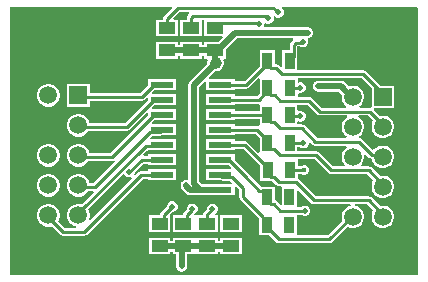
<source format=gtl>
G04*
G04 #@! TF.GenerationSoftware,Altium Limited,Altium Designer,24.5.2 (23)*
G04*
G04 Layer_Physical_Order=1*
G04 Layer_Color=255*
%FSLAX44Y44*%
%MOMM*%
G71*
G04*
G04 #@! TF.SameCoordinates,334194BA-0611-49C7-9BF9-9A22E77FB9F2*
G04*
G04*
G04 #@! TF.FilePolarity,Positive*
G04*
G01*
G75*
%ADD13R,0.9000X1.4000*%
%ADD14R,1.9812X0.5588*%
%ADD15R,1.4500X1.0000*%
%ADD24C,0.5000*%
%ADD25C,0.2540*%
%ADD26C,1.5080*%
%ADD27R,1.5080X1.5080*%
%ADD28C,0.5000*%
%ADD29C,0.4000*%
%ADD30C,1.0000*%
G36*
X1162549Y674734D02*
X1162549Y448319D01*
X817381D01*
Y675630D01*
X953954Y675631D01*
X954440Y674457D01*
X947639Y667657D01*
X946917Y666575D01*
X946663Y665299D01*
Y664774D01*
X940747D01*
Y650774D01*
X959247D01*
Y664774D01*
X955846D01*
X955360Y665947D01*
X960703Y671290D01*
X968547D01*
X969053Y670020D01*
X967923Y668890D01*
X967200Y667808D01*
X966946Y666532D01*
Y664810D01*
X961030D01*
Y650810D01*
X979530D01*
Y664686D01*
X981398D01*
Y650788D01*
X996750D01*
X997236Y649615D01*
X993410Y645788D01*
X981398D01*
Y643398D01*
X979530D01*
Y645810D01*
X961030D01*
Y643362D01*
X959247D01*
Y645774D01*
X940747D01*
Y631774D01*
X959247D01*
Y634186D01*
X961030D01*
Y631810D01*
X979530D01*
Y634222D01*
X981398D01*
Y631788D01*
X984141D01*
X984845Y630760D01*
X984820Y630518D01*
X984362Y628810D01*
Y627377D01*
X969576Y612590D01*
X968581Y611102D01*
X968232Y609346D01*
Y529849D01*
X968018Y529506D01*
X967101Y528880D01*
X966649D01*
X966206Y528968D01*
X965762Y528880D01*
X965311D01*
X964893Y528707D01*
X964450Y528618D01*
X964074Y528367D01*
X963657Y528194D01*
X963337Y527875D01*
X962961Y527624D01*
X962710Y527248D01*
X962391Y526928D01*
X962218Y526511D01*
X961967Y526135D01*
X961879Y525692D01*
X961706Y525275D01*
Y524823D01*
X961618Y524380D01*
Y524266D01*
X961706Y523823D01*
Y523484D01*
X961835Y523172D01*
X961967Y522510D01*
X962341Y521950D01*
X962391Y521830D01*
X962482Y521739D01*
X962961Y521022D01*
X966528Y517456D01*
X968016Y516461D01*
X969772Y516112D01*
X983520D01*
Y515906D01*
X1007332D01*
Y522994D01*
X1008505Y523480D01*
X1011396Y520589D01*
Y514350D01*
X1011650Y513074D01*
X1012373Y511992D01*
X1028200Y496165D01*
Y494480D01*
X1028264Y494158D01*
Y482250D01*
X1036549D01*
X1042366Y476432D01*
X1043448Y475710D01*
X1044724Y475456D01*
X1087454D01*
X1088729Y475710D01*
X1089811Y476432D01*
X1102852Y489473D01*
X1103758Y488950D01*
X1106184Y488300D01*
X1108696D01*
X1111122Y488950D01*
X1113298Y490206D01*
X1115074Y491982D01*
X1116330Y494158D01*
X1116980Y496584D01*
Y499096D01*
X1116330Y501522D01*
X1115074Y503698D01*
X1113298Y505474D01*
X1111122Y506730D01*
X1109345Y507206D01*
X1109513Y508476D01*
X1119644D01*
X1124919Y503201D01*
X1123950Y501522D01*
X1123300Y499096D01*
Y496584D01*
X1123950Y494158D01*
X1125206Y491982D01*
X1126982Y490206D01*
X1129158Y488950D01*
X1131584Y488300D01*
X1134096D01*
X1136522Y488950D01*
X1138120Y489873D01*
X1138535Y489955D01*
X1139617Y490678D01*
X1140340Y491760D01*
X1140361Y491870D01*
X1140474Y491982D01*
X1141730Y494158D01*
X1142380Y496584D01*
Y499096D01*
X1141730Y501522D01*
X1140474Y503698D01*
X1138698Y505474D01*
X1136522Y506730D01*
X1134096Y507380D01*
X1131584D01*
X1130469Y507081D01*
X1123382Y514168D01*
X1122301Y514890D01*
X1121025Y515144D01*
X1075801D01*
X1061538Y529408D01*
X1060730Y529947D01*
Y534212D01*
X1064014D01*
X1064071Y534155D01*
X1065541Y533546D01*
X1067132D01*
X1068603Y534155D01*
X1069728Y535280D01*
X1070337Y536751D01*
Y538342D01*
X1069728Y539812D01*
X1068603Y540937D01*
X1067132Y541546D01*
X1065541D01*
X1064071Y540937D01*
X1064014Y540880D01*
X1060730D01*
Y546522D01*
X1061978Y546576D01*
X1075215D01*
X1086871Y534920D01*
X1087952Y534197D01*
X1089228Y533943D01*
X1119576D01*
X1124919Y528601D01*
X1123950Y526922D01*
X1123300Y524496D01*
Y521984D01*
X1123950Y519558D01*
X1125206Y517382D01*
X1126982Y515606D01*
X1129158Y514350D01*
X1131584Y513700D01*
X1134096D01*
X1136522Y514350D01*
X1138120Y515273D01*
X1138535Y515355D01*
X1139617Y516078D01*
X1140340Y517160D01*
X1140361Y517270D01*
X1140474Y517382D01*
X1141730Y519558D01*
X1142380Y521984D01*
Y524496D01*
X1141730Y526922D01*
X1140474Y529098D01*
X1138698Y530874D01*
X1136522Y532130D01*
X1134096Y532780D01*
X1131584D01*
X1130469Y532481D01*
X1123315Y539635D01*
X1122233Y540358D01*
X1120957Y540612D01*
X1114699D01*
X1114173Y541882D01*
X1115074Y542782D01*
X1116330Y544958D01*
X1116980Y547384D01*
Y549896D01*
X1116807Y550542D01*
X1117945Y551199D01*
X1121187Y547958D01*
X1122268Y547235D01*
X1123400Y547010D01*
X1123950Y544958D01*
X1125206Y542782D01*
X1126982Y541006D01*
X1129158Y539750D01*
X1131584Y539100D01*
X1134096D01*
X1136522Y539750D01*
X1138120Y540673D01*
X1138535Y540755D01*
X1139617Y541478D01*
X1140340Y542560D01*
X1140361Y542670D01*
X1140474Y542782D01*
X1141730Y544958D01*
X1142380Y547384D01*
Y549896D01*
X1141730Y552322D01*
X1140474Y554498D01*
X1138698Y556274D01*
X1136522Y557530D01*
X1134096Y558180D01*
X1131584D01*
X1129158Y557530D01*
X1126982Y556274D01*
X1125540Y554831D01*
X1123978Y554598D01*
X1114877Y563698D01*
X1113796Y564420D01*
X1112756Y564627D01*
X1112510Y565262D01*
X1112497Y565944D01*
X1113298Y566406D01*
X1115074Y568182D01*
X1116330Y570358D01*
X1116980Y572784D01*
Y575296D01*
X1116330Y577722D01*
X1115074Y579898D01*
X1113298Y581674D01*
X1112091Y582370D01*
X1112432Y583640D01*
X1120679D01*
X1124919Y579401D01*
X1123950Y577722D01*
X1123300Y575296D01*
Y572784D01*
X1123950Y570358D01*
X1125206Y568182D01*
X1126982Y566406D01*
X1129158Y565150D01*
X1131584Y564500D01*
X1134096D01*
X1136522Y565150D01*
X1138120Y566073D01*
X1138535Y566155D01*
X1139617Y566878D01*
X1140340Y567960D01*
X1140361Y568070D01*
X1140474Y568182D01*
X1141730Y570358D01*
X1142380Y572784D01*
Y575296D01*
X1141730Y577722D01*
X1140474Y579898D01*
X1138698Y581674D01*
X1136522Y582930D01*
X1134096Y583580D01*
X1131584D01*
X1130469Y583281D01*
X1125120Y588630D01*
X1125646Y589900D01*
X1142380D01*
Y608980D01*
X1130555D01*
X1118688Y620848D01*
X1117606Y621570D01*
X1116330Y621824D01*
X1060550D01*
Y632828D01*
X1060614Y633150D01*
Y642024D01*
X1062556D01*
X1062727Y641853D01*
X1064381Y641168D01*
X1066171D01*
X1067825Y641853D01*
X1069091Y643119D01*
X1069776Y644773D01*
Y646563D01*
X1069206Y647938D01*
X1069236Y648222D01*
X1069525Y648893D01*
X1069734Y649219D01*
X1069808Y649296D01*
X1070235D01*
X1070653Y649469D01*
X1071096Y649557D01*
X1071472Y649808D01*
X1071889Y649981D01*
X1072208Y650301D01*
X1072584Y650552D01*
X1072835Y650928D01*
X1073155Y651247D01*
X1073328Y651664D01*
X1073579Y652040D01*
X1073667Y652483D01*
X1073840Y652901D01*
Y653353D01*
X1073928Y653796D01*
X1073840Y654239D01*
Y654691D01*
X1073667Y655109D01*
X1073579Y655552D01*
X1073328Y655928D01*
X1073155Y656345D01*
X1072835Y656665D01*
X1072584Y657040D01*
X1072208Y657291D01*
X1071889Y657611D01*
X1071472Y657784D01*
X1071096Y658035D01*
X1070653Y658123D01*
X1070235Y658296D01*
X1069783D01*
X1069340Y658384D01*
X1032779D01*
X1031930Y659654D01*
X1032184Y660267D01*
Y661202D01*
X1032691Y661539D01*
X1033454Y661840D01*
X1034917Y661234D01*
X1036707D01*
X1038361Y661919D01*
X1039627Y663185D01*
X1040312Y664839D01*
Y666629D01*
X1040198Y666904D01*
X1041275Y667623D01*
X1041899Y666999D01*
X1043553Y666314D01*
X1045343D01*
X1046997Y666999D01*
X1048263Y668265D01*
X1048948Y669919D01*
Y671709D01*
X1048263Y673363D01*
X1047265Y674361D01*
X1047634Y675601D01*
X1047654Y675631D01*
X1161651Y675632D01*
X1162549Y674734D01*
D02*
G37*
G36*
X1056941Y647938D02*
X1056609Y647716D01*
X1054922Y646030D01*
X1054200Y644948D01*
X1053946Y643672D01*
Y638920D01*
X1047550D01*
Y625064D01*
X1046377Y624578D01*
X1044408Y626548D01*
X1043326Y627270D01*
X1042050Y627524D01*
X1041550D01*
Y638920D01*
X1028550D01*
Y625635D01*
X1015849Y612934D01*
X1007332D01*
Y614394D01*
X986016D01*
X985530Y615567D01*
X990851Y620888D01*
X992284D01*
X994064Y621365D01*
X995660Y622287D01*
X996963Y623590D01*
X997885Y625186D01*
X998362Y626966D01*
Y628810D01*
X997904Y630518D01*
X997879Y630760D01*
X998583Y631788D01*
X999899D01*
Y639299D01*
X1009807Y649208D01*
X1056556D01*
X1056941Y647938D01*
D02*
G37*
G36*
X1028694Y614553D02*
Y602198D01*
X1026731Y600234D01*
X1007332D01*
Y601694D01*
X983520D01*
Y592106D01*
X1007332D01*
Y593566D01*
X1027523D01*
X1028294Y592971D01*
X1028485Y592345D01*
Y587534D01*
X1007332D01*
Y588994D01*
X983520D01*
Y579406D01*
X1007332D01*
Y580866D01*
X1028485D01*
Y575663D01*
X1028439Y575576D01*
X1027262Y574710D01*
X1026637Y574834D01*
X1007332D01*
Y576294D01*
X983520D01*
Y566706D01*
X1007332D01*
Y568166D01*
X1025257D01*
X1028487Y564936D01*
Y552732D01*
X1027217Y552206D01*
X1018265Y561157D01*
X1017183Y561880D01*
X1015907Y562134D01*
X1007332D01*
Y563594D01*
X983520D01*
Y554006D01*
X1007332D01*
Y555466D01*
X1014526D01*
X1028730Y541262D01*
Y528522D01*
X1038138D01*
X1038460Y528458D01*
X1039034D01*
X1042800Y524692D01*
X1043881Y523970D01*
X1045157Y523716D01*
X1046202D01*
X1047316Y523338D01*
Y508212D01*
X1046142Y507726D01*
X1042903Y510965D01*
X1041821Y511688D01*
X1041316Y511789D01*
Y523338D01*
X1031908D01*
X1031585Y523402D01*
X1029462D01*
X1019184Y533680D01*
X1019152Y533842D01*
X1018429Y534924D01*
X1007332Y546021D01*
Y550894D01*
X983520D01*
Y541306D01*
X1002617D01*
X1004556Y539367D01*
X1004070Y538194D01*
X983520D01*
Y528606D01*
X996628D01*
X996950Y528542D01*
X1003443D01*
X1005318Y526667D01*
X1004832Y525494D01*
X983520D01*
Y525288D01*
X980018D01*
X977408Y527898D01*
Y607445D01*
X982347Y612384D01*
X983520Y611898D01*
Y604806D01*
X1007332D01*
Y606266D01*
X1017230D01*
X1018506Y606520D01*
X1019587Y607243D01*
X1027424Y615079D01*
X1028694Y614553D01*
D02*
G37*
G36*
X1123300Y606805D02*
Y591063D01*
X1122318Y590257D01*
X1122060Y590308D01*
X1113244D01*
X1112903Y591578D01*
X1113298Y591806D01*
X1115074Y593582D01*
X1116330Y595758D01*
X1116980Y598184D01*
Y600696D01*
X1116330Y603122D01*
X1115074Y605298D01*
X1113298Y607074D01*
X1111122Y608330D01*
X1108696Y608980D01*
X1106184D01*
X1103880Y608363D01*
X1100668Y611574D01*
X1099180Y612569D01*
X1097424Y612918D01*
X1078230D01*
X1077787Y612830D01*
X1077335D01*
X1076917Y612657D01*
X1076474Y612569D01*
X1076098Y612318D01*
X1075681Y612145D01*
X1075361Y611825D01*
X1074986Y611574D01*
X1074735Y611199D01*
X1074415Y610879D01*
X1074242Y610462D01*
X1073991Y610086D01*
X1073903Y609643D01*
X1073730Y609225D01*
Y608773D01*
X1073642Y608330D01*
X1073730Y607887D01*
Y607435D01*
X1073903Y607017D01*
X1073991Y606574D01*
X1074242Y606198D01*
X1074415Y605781D01*
X1074735Y605462D01*
X1074986Y605086D01*
X1075361Y604835D01*
X1075681Y604515D01*
X1076098Y604342D01*
X1076474Y604091D01*
X1076917Y604003D01*
X1077335Y603830D01*
X1077787D01*
X1078230Y603742D01*
X1095523D01*
X1098041Y601224D01*
X1097900Y600696D01*
Y598184D01*
X1098550Y595758D01*
X1099806Y593582D01*
X1101582Y591806D01*
X1101977Y591578D01*
X1101636Y590308D01*
X1080647D01*
X1072634Y598321D01*
X1071552Y599044D01*
X1070276Y599298D01*
X1060694D01*
Y601997D01*
X1061750Y602703D01*
X1062095Y602560D01*
X1063885D01*
X1065539Y603245D01*
X1066805Y604511D01*
X1067490Y606165D01*
Y607955D01*
X1066805Y609609D01*
X1065539Y610875D01*
X1063885Y611560D01*
X1062095D01*
X1061750Y611417D01*
X1060694Y612123D01*
Y615156D01*
X1114949D01*
X1123300Y606805D01*
D02*
G37*
G36*
X1076908Y584617D02*
X1077990Y583894D01*
X1079266Y583640D01*
X1102448D01*
X1102789Y582370D01*
X1101582Y581674D01*
X1099806Y579898D01*
X1098550Y577722D01*
X1097900Y575296D01*
Y572784D01*
X1098550Y570358D01*
X1099806Y568182D01*
X1101582Y566406D01*
X1102383Y565944D01*
X1102042Y564674D01*
X1077071D01*
X1066618Y575127D01*
X1065536Y575850D01*
X1064260Y576104D01*
X1060485D01*
Y577954D01*
X1061541Y578660D01*
X1062095Y578430D01*
X1063885D01*
X1065539Y579115D01*
X1066805Y580381D01*
X1067490Y582035D01*
Y583825D01*
X1066805Y585479D01*
X1065539Y586745D01*
X1063885Y587430D01*
X1062095D01*
X1061541Y587201D01*
X1060485Y587906D01*
Y592630D01*
X1068895D01*
X1076908Y584617D01*
D02*
G37*
G36*
X1073333Y558983D02*
X1074414Y558260D01*
X1075690Y558006D01*
X1102042D01*
X1102383Y556736D01*
X1101582Y556274D01*
X1099806Y554498D01*
X1098550Y552322D01*
X1097900Y549896D01*
Y547384D01*
X1098550Y544958D01*
X1099806Y542782D01*
X1100707Y541882D01*
X1100181Y540612D01*
X1090609D01*
X1078953Y552267D01*
X1077872Y552990D01*
X1076596Y553244D01*
X1060487D01*
Y556883D01*
X1062591D01*
X1063072Y556403D01*
X1064726Y555718D01*
X1066516D01*
X1068170Y556403D01*
X1069436Y557668D01*
X1070121Y559322D01*
Y560398D01*
X1071391Y560924D01*
X1073333Y558983D01*
D02*
G37*
G36*
X1072063Y509453D02*
X1073144Y508730D01*
X1074420Y508476D01*
X1105367D01*
X1105535Y507206D01*
X1103758Y506730D01*
X1101582Y505474D01*
X1099806Y503698D01*
X1098550Y501522D01*
X1097900Y499096D01*
Y496584D01*
X1098456Y494508D01*
X1086073Y482124D01*
X1061482D01*
X1060264Y482250D01*
Y499586D01*
X1063673D01*
X1064251Y499008D01*
X1065905Y498323D01*
X1067695D01*
X1069349Y499008D01*
X1070615Y500274D01*
X1071300Y501928D01*
Y503718D01*
X1070615Y505372D01*
X1069349Y506638D01*
X1067695Y507323D01*
X1065905D01*
X1064251Y506638D01*
X1063867Y506254D01*
X1060315D01*
Y519540D01*
X1061489Y520026D01*
X1072063Y509453D01*
D02*
G37*
%LPC*%
G36*
X958056Y614394D02*
X934244D01*
Y609521D01*
X927497Y602774D01*
X884570D01*
Y610250D01*
X865490D01*
Y591170D01*
X884570D01*
Y596106D01*
X928878D01*
X930154Y596360D01*
X931236Y597082D01*
X933071Y598918D01*
X934244Y598432D01*
Y596821D01*
X914797Y577374D01*
X884353D01*
X883920Y578992D01*
X882664Y581168D01*
X880888Y582944D01*
X878712Y584200D01*
X876286Y584850D01*
X873774D01*
X871348Y584200D01*
X869172Y582944D01*
X867396Y581168D01*
X866140Y578992D01*
X865490Y576566D01*
Y574054D01*
X866140Y571628D01*
X867396Y569452D01*
X869172Y567676D01*
X871348Y566420D01*
X873774Y565770D01*
X876286D01*
X878712Y566420D01*
X880888Y567676D01*
X882664Y569452D01*
X883388Y570706D01*
X916178D01*
X917454Y570960D01*
X918536Y571683D01*
X933071Y586218D01*
X934244Y585732D01*
Y584121D01*
X902097Y551974D01*
X884353D01*
X883920Y553592D01*
X882664Y555768D01*
X880888Y557544D01*
X878712Y558800D01*
X876286Y559450D01*
X873774D01*
X871348Y558800D01*
X869172Y557544D01*
X867396Y555768D01*
X866140Y553592D01*
X865490Y551166D01*
Y548654D01*
X866140Y546228D01*
X867396Y544052D01*
X869172Y542276D01*
X871348Y541020D01*
X873774Y540370D01*
X876286D01*
X878712Y541020D01*
X880888Y542276D01*
X882664Y544052D01*
X883388Y545306D01*
X903478D01*
X904754Y545560D01*
X904919Y545670D01*
X905728Y544683D01*
X887619Y526574D01*
X884353D01*
X883920Y528192D01*
X882664Y530368D01*
X880888Y532144D01*
X878712Y533400D01*
X876286Y534050D01*
X873774D01*
X871348Y533400D01*
X869172Y532144D01*
X867396Y530368D01*
X866140Y528192D01*
X865490Y525766D01*
Y523254D01*
X866140Y520828D01*
X867396Y518652D01*
X869172Y516876D01*
X871348Y515620D01*
X873774Y514970D01*
X876286D01*
X878712Y515620D01*
X880888Y516876D01*
X882664Y518652D01*
X883388Y519906D01*
X887759D01*
X888285Y518636D01*
X877874Y508225D01*
X876286Y508650D01*
X873774D01*
X871348Y508000D01*
X869172Y506744D01*
X867396Y504968D01*
X866140Y502792D01*
X865490Y500366D01*
Y497854D01*
X866140Y495428D01*
X867396Y493252D01*
X869172Y491476D01*
X871348Y490220D01*
X873124Y489744D01*
X872957Y488474D01*
X863711D01*
X857875Y494310D01*
X858520Y495428D01*
X859170Y497854D01*
Y500366D01*
X858520Y502792D01*
X857264Y504968D01*
X855488Y506744D01*
X853312Y508000D01*
X850886Y508650D01*
X848374D01*
X845948Y508000D01*
X843772Y506744D01*
X841996Y504968D01*
X840740Y502792D01*
X840090Y500366D01*
Y497854D01*
X840740Y495428D01*
X841996Y493252D01*
X843772Y491476D01*
X845948Y490220D01*
X848374Y489570D01*
X850886D01*
X852699Y490056D01*
X859973Y482783D01*
X861054Y482060D01*
X862330Y481806D01*
X880110D01*
X881386Y482060D01*
X882467Y482783D01*
X929751Y530066D01*
X934244D01*
Y528606D01*
X958056D01*
Y538194D01*
X934244D01*
Y536734D01*
X928370D01*
X927094Y536480D01*
X926012Y535757D01*
X923405Y533150D01*
X922328Y533869D01*
X922710Y534791D01*
Y535471D01*
X930005Y542766D01*
X934244D01*
Y541306D01*
X958056D01*
Y550894D01*
X934244D01*
Y549434D01*
X930309D01*
X929783Y550704D01*
X933007Y553927D01*
X934244Y554006D01*
Y554006D01*
X958056D01*
Y563594D01*
X935865D01*
X935339Y564864D01*
X937117Y566642D01*
X944626D01*
X944948Y566706D01*
X958056D01*
Y576294D01*
X937506D01*
X937020Y577467D01*
X938959Y579406D01*
X958056D01*
Y588994D01*
X937506D01*
X937020Y590167D01*
X938959Y592106D01*
X958056D01*
Y601694D01*
X937506D01*
X937020Y602867D01*
X938959Y604806D01*
X958056D01*
Y614394D01*
D02*
G37*
G36*
X850886Y610250D02*
X848374D01*
X845948Y609600D01*
X843772Y608344D01*
X841996Y606568D01*
X840740Y604392D01*
X840090Y601966D01*
Y599454D01*
X840740Y597028D01*
X841996Y594852D01*
X843772Y593076D01*
X845948Y591820D01*
X848374Y591170D01*
X850886D01*
X853312Y591820D01*
X855488Y593076D01*
X857264Y594852D01*
X858520Y597028D01*
X859170Y599454D01*
Y601966D01*
X858520Y604392D01*
X857264Y606568D01*
X855488Y608344D01*
X853312Y609600D01*
X850886Y610250D01*
D02*
G37*
G36*
Y559450D02*
X848374D01*
X845948Y558800D01*
X843772Y557544D01*
X841996Y555768D01*
X840740Y553592D01*
X840090Y551166D01*
Y548654D01*
X840740Y546228D01*
X841996Y544052D01*
X843772Y542276D01*
X845948Y541020D01*
X848374Y540370D01*
X850886D01*
X853312Y541020D01*
X855488Y542276D01*
X857264Y544052D01*
X858520Y546228D01*
X859170Y548654D01*
Y551166D01*
X858520Y553592D01*
X857264Y555768D01*
X855488Y557544D01*
X853312Y558800D01*
X850886Y559450D01*
D02*
G37*
G36*
Y534050D02*
X848374D01*
X845948Y533400D01*
X843772Y532144D01*
X841996Y530368D01*
X840740Y528192D01*
X840090Y525766D01*
Y523254D01*
X840740Y520828D01*
X841996Y518652D01*
X843772Y516876D01*
X845948Y515620D01*
X848374Y514970D01*
X850886D01*
X853312Y515620D01*
X855488Y516876D01*
X857264Y518652D01*
X858520Y520828D01*
X859170Y523254D01*
Y525766D01*
X858520Y528192D01*
X857264Y530368D01*
X855488Y532144D01*
X853312Y533400D01*
X850886Y534050D01*
D02*
G37*
G36*
X955427Y510976D02*
X953637D01*
X951983Y510291D01*
X950717Y509025D01*
X950032Y507371D01*
Y506691D01*
X945051Y501711D01*
X944329Y500629D01*
X944075Y499353D01*
Y499031D01*
X934584D01*
Y485031D01*
X953084D01*
Y499031D01*
X953084D01*
X952709Y499938D01*
X954747Y501976D01*
X955427D01*
X957081Y502661D01*
X958347Y503927D01*
X959032Y505581D01*
Y507371D01*
X958347Y509025D01*
X957081Y510291D01*
X955427Y510976D01*
D02*
G37*
G36*
X1013452Y499026D02*
X994952D01*
Y485027D01*
X1013452D01*
Y499026D01*
D02*
G37*
G36*
X972445Y508944D02*
X970655D01*
X969001Y508259D01*
X967735Y506993D01*
X967050Y505339D01*
Y503993D01*
X964719Y501662D01*
X963996Y500580D01*
X963742Y499305D01*
Y498982D01*
X954825D01*
Y484982D01*
X973325D01*
Y485003D01*
X974583Y485031D01*
X974595Y485031D01*
X993083D01*
Y499031D01*
X991282D01*
X991029Y500301D01*
X991208Y500375D01*
X992474Y501641D01*
X993159Y503295D01*
Y505085D01*
X992474Y506739D01*
X991208Y508005D01*
X989554Y508690D01*
X987764D01*
X986110Y508005D01*
X984844Y506739D01*
X984159Y505085D01*
Y504405D01*
X981476Y501721D01*
X980753Y500640D01*
X980499Y499364D01*
Y499031D01*
X974583D01*
Y499011D01*
X973325Y498982D01*
X973189Y500252D01*
X974099Y500629D01*
X975365Y501895D01*
X976050Y503549D01*
Y505339D01*
X975365Y506993D01*
X974099Y508259D01*
X972445Y508944D01*
D02*
G37*
G36*
X993083Y480031D02*
X974583D01*
Y480011D01*
X973325Y479982D01*
Y479982D01*
X954825D01*
Y477619D01*
X953084D01*
Y480031D01*
X934584D01*
Y466031D01*
X953084D01*
Y468443D01*
X954825D01*
Y465982D01*
X958072D01*
Y455930D01*
X958160Y455487D01*
Y455035D01*
X958333Y454617D01*
X958421Y454174D01*
X958672Y453798D01*
X958845Y453381D01*
X959165Y453061D01*
X959416Y452686D01*
X959791Y452435D01*
X960111Y452115D01*
X960528Y451942D01*
X960904Y451691D01*
X961347Y451603D01*
X961765Y451430D01*
X962217D01*
X962660Y451342D01*
X963103Y451430D01*
X963555D01*
X963973Y451603D01*
X964416Y451691D01*
X964792Y451942D01*
X965209Y452115D01*
X965528Y452435D01*
X965904Y452686D01*
X966155Y453061D01*
X966475Y453381D01*
X966648Y453798D01*
X966899Y454174D01*
X966987Y454617D01*
X967160Y455035D01*
Y455487D01*
X967248Y455930D01*
Y465982D01*
X973325D01*
Y466003D01*
X974583Y466031D01*
Y466031D01*
X993083D01*
Y468438D01*
X994952D01*
Y466027D01*
X1013452D01*
Y480027D01*
X994952D01*
Y477615D01*
X993083D01*
Y480031D01*
D02*
G37*
%LPD*%
G36*
X914194Y533622D02*
X914395Y533137D01*
X915661Y531871D01*
X917315Y531186D01*
X919105D01*
X920027Y531568D01*
X920746Y530491D01*
X884982Y494727D01*
X883920Y495428D01*
X884570Y497854D01*
Y500366D01*
X883920Y502792D01*
X883170Y504091D01*
X912949Y533870D01*
X914194Y533622D01*
D02*
G37*
D13*
X1035230Y537522D02*
D03*
X1054230D02*
D03*
X1034764Y491250D02*
D03*
X1053764D02*
D03*
X1034816Y514338D02*
D03*
X1053816D02*
D03*
X1034987Y560651D02*
D03*
X1053987D02*
D03*
X1034985Y583823D02*
D03*
X1053985D02*
D03*
X1035194Y606483D02*
D03*
X1054194D02*
D03*
X1035050Y629920D02*
D03*
X1054050D02*
D03*
D14*
X995426Y609600D02*
D03*
Y596900D02*
D03*
Y584200D02*
D03*
Y571500D02*
D03*
Y558800D02*
D03*
Y546100D02*
D03*
Y533400D02*
D03*
Y520700D02*
D03*
X946150D02*
D03*
Y533400D02*
D03*
Y546100D02*
D03*
Y558800D02*
D03*
Y571500D02*
D03*
Y584200D02*
D03*
Y596900D02*
D03*
Y609600D02*
D03*
D15*
X1004202Y492026D02*
D03*
Y473027D02*
D03*
X983833Y492031D02*
D03*
Y473031D02*
D03*
X964075Y491982D02*
D03*
Y472982D02*
D03*
X943834Y492031D02*
D03*
Y473031D02*
D03*
X990648Y657788D02*
D03*
Y638788D02*
D03*
X970280Y657810D02*
D03*
Y638810D02*
D03*
X949997Y657774D02*
D03*
Y638774D02*
D03*
D24*
X1007906Y653796D02*
X1069340D01*
X966206Y524266D02*
X969772Y520700D01*
X966206Y524266D02*
Y524380D01*
X992898Y638788D02*
X1007906Y653796D01*
X972820Y609346D02*
X991362Y627888D01*
X991005Y628245D02*
Y638431D01*
X990648Y638788D02*
X991005Y638431D01*
Y628245D02*
X991362Y627888D01*
X969772Y520700D02*
X978118D01*
X972820Y525998D02*
Y609346D01*
X978118Y520700D02*
X995426D01*
X972820Y525998D02*
X978118Y520700D01*
X1097424Y608330D02*
X1106314Y599440D01*
X1078230Y608330D02*
X1097424D01*
X949997Y638774D02*
X970244D01*
X962660Y455930D02*
Y469317D01*
X943834Y473031D02*
X964027D01*
X964075Y472982D02*
X983785D01*
X983838Y473027D02*
X1004202D01*
X970280Y638810D02*
X990626D01*
D25*
X970280Y666532D02*
X971768Y668020D01*
X970280Y657810D02*
Y666532D01*
X1033036Y668020D02*
X1035322Y665734D01*
X971768Y668020D02*
X1033036D01*
X1064966Y645358D02*
X1065276Y645668D01*
X1058966Y645358D02*
X1064966D01*
X1057280Y643672D02*
X1058966Y645358D01*
X1039972Y674624D02*
X1043782Y670814D01*
X959322Y674624D02*
X1039972D01*
X949997Y665299D02*
X959322Y674624D01*
X1043782Y670814D02*
X1044448D01*
X1044724Y478790D02*
X1087454D01*
X1037994Y485520D02*
X1037994D01*
X1044724Y478790D01*
X1034764Y488750D02*
Y491250D01*
X1031534Y494480D02*
X1034764Y491250D01*
Y488750D02*
X1037994Y485520D01*
X943834Y492031D02*
X947409Y495606D01*
Y499353D01*
X954532Y506476D01*
X983833Y499364D02*
X988659Y504190D01*
X983833Y492031D02*
Y499364D01*
X964075Y491982D02*
X967076Y494983D01*
Y499305D01*
X971550Y503778D01*
Y504444D01*
X1053524Y491490D02*
X1053764Y491250D01*
X1059180Y527050D02*
X1074420Y511810D01*
X1121025D01*
X1045157Y527050D02*
X1059180D01*
X1014730Y514350D02*
X1031534Y497546D01*
X1053987Y560651D02*
X1054420Y560218D01*
X1065621D01*
X1035322Y665734D02*
X1035812D01*
X992898Y657788D02*
X996628Y661518D01*
X998002D02*
X998116Y661633D01*
X996628Y661518D02*
X998002D01*
X1027213Y661633D02*
X1027684Y661162D01*
X998116Y661633D02*
X1027213D01*
X990648Y657788D02*
X992898D01*
X1057280Y633150D02*
Y643672D01*
X962660Y469317D02*
X965200Y471857D01*
X1054230Y537546D02*
X1066337D01*
X1054255D02*
X1066337D01*
X1054230Y537522D02*
X1054255Y537546D01*
X945420Y558070D02*
X946150Y558800D01*
X875030Y499110D02*
Y500666D01*
X932434Y558070D02*
X945420D01*
X875030Y500666D02*
X932434Y558070D01*
X918210Y535686D02*
X928624Y546100D01*
X946150D01*
X1038046Y508608D02*
X1040546D01*
X1046233Y502920D02*
X1066703D01*
X1040546Y508608D02*
X1046233Y502920D01*
X1034816Y511838D02*
X1038046Y508608D01*
X1066703Y502920D02*
X1066800Y502823D01*
X1075690Y561340D02*
X1112520D01*
X1128900Y550316D02*
X1129030Y550186D01*
X1123544Y550316D02*
X1128900D01*
X1112520Y561340D02*
X1123544Y550316D01*
X1064260Y572770D02*
X1075690Y561340D01*
X1121025Y511810D02*
X1128837Y503997D01*
X1034987Y558151D02*
Y563151D01*
Y558151D02*
X1038217Y554921D01*
X1040734D02*
X1045745Y549910D01*
X1076596D01*
X1038217Y554921D02*
X1040734D01*
X1076596Y549910D02*
X1089228Y537277D01*
X1047750Y618490D02*
X1116330D01*
X1038280Y624190D02*
X1042050D01*
X1047750Y618490D01*
X1035194Y604025D02*
X1038424Y600795D01*
X1035194Y604025D02*
Y606483D01*
X1046146Y595964D02*
X1070276D01*
X1038424Y600795D02*
X1041315D01*
X1046146Y595964D01*
X1054194Y606483D02*
X1054887Y605790D01*
X1056157Y607060D01*
X1062990D01*
X1057418Y582930D02*
X1062990D01*
X1056148Y584200D02*
X1057418Y582930D01*
X1054878D02*
X1056148Y584200D01*
X996950Y531876D02*
X1004824D01*
X1014730Y514350D02*
Y521970D01*
X995426Y533400D02*
X996950Y531876D01*
X1004824D02*
X1014730Y521970D01*
X1028081Y520068D02*
X1031585D01*
X1034816Y516838D01*
X1016072Y532078D02*
Y532566D01*
X1002538Y546100D02*
X1016072Y532566D01*
Y532078D02*
X1028081Y520068D01*
X1031534Y494480D02*
Y497546D01*
X1034965Y535288D02*
X1038460Y531792D01*
X1040415D02*
X1045157Y527050D01*
X1038460Y531792D02*
X1040415D01*
X1034965Y535288D02*
Y539743D01*
X1034816Y511838D02*
Y516838D01*
X990648Y638788D02*
X992898D01*
X1053985Y583823D02*
X1054878Y582930D01*
X849630Y599440D02*
Y600710D01*
X1106314Y599440D02*
X1107440D01*
X1079266Y586974D02*
X1122060D01*
X1070276Y595964D02*
X1079266Y586974D01*
X1046038Y572770D02*
X1064260D01*
X995426Y584200D02*
X1034608D01*
X1035194Y605361D02*
Y606483D01*
X995426Y596900D02*
X1028112D01*
X1035194Y603983D02*
Y605361D01*
X1028112Y596900D02*
X1035194Y603983D01*
X1017230Y609600D02*
X1035050Y627420D01*
X995426Y609600D02*
X1017230D01*
X1040715Y578093D02*
X1046038Y572770D01*
X1132647Y497647D02*
X1137259Y493036D01*
X1132647Y523047D02*
X1137259Y518436D01*
X1132840Y543836D02*
X1137259D01*
X1132647Y573847D02*
X1137259Y569236D01*
X1116330Y618490D02*
X1129030Y605790D01*
X875030Y523240D02*
X889000D01*
X944626Y569976D02*
X946150Y571500D01*
X935736Y569976D02*
X944626D01*
X889000Y523240D02*
X935736Y569976D01*
X880110Y485140D02*
X928370Y533400D01*
X862330Y485140D02*
X880110D01*
X928370Y533400D02*
X946150D01*
X849630Y497840D02*
X862330Y485140D01*
X875030Y548640D02*
X903478D01*
X939038Y584200D01*
X946150D01*
X875030Y574040D02*
X916178D01*
X939038Y596900D01*
X946150D01*
X875030Y599440D02*
X928878D01*
X939038Y609600D01*
X946150D01*
X1087454Y478790D02*
X1108049Y499386D01*
X1089228Y537277D02*
X1120957D01*
X1122060Y586974D02*
X1128837Y580197D01*
X1120957Y537277D02*
X1128837Y529397D01*
X1035050Y627420D02*
X1038280Y624190D01*
X995426Y546100D02*
X1002538D01*
X1035050Y627420D02*
Y629920D01*
X1054050D02*
X1057280Y633150D01*
X949997Y657774D02*
Y665299D01*
X964075Y472982D02*
X965200Y471857D01*
X995426Y558800D02*
X1015907D01*
X1034965Y539743D01*
X995426Y571500D02*
X1026637D01*
X1034987Y563151D01*
X1034985Y581323D02*
Y583823D01*
Y581323D02*
X1038215Y578093D01*
X1040715D01*
X1034608Y584200D02*
X1034985Y583823D01*
X964027Y473031D02*
X964075Y472982D01*
X983785D02*
X983833Y473031D01*
X983838Y473027D01*
X990626Y638810D02*
X990648Y638788D01*
X970244Y638774D02*
X970280Y638810D01*
D26*
X1107440Y497840D02*
D03*
X1132840D02*
D03*
X1107440Y523240D02*
D03*
X1132840D02*
D03*
X1107440Y548640D02*
D03*
X1132840D02*
D03*
X1107440Y574040D02*
D03*
X1132840D02*
D03*
X1107440Y599440D02*
D03*
X849630Y499110D02*
D03*
X875030D02*
D03*
X849630Y524510D02*
D03*
X875030D02*
D03*
X849630Y549910D02*
D03*
X875030D02*
D03*
X849630Y575310D02*
D03*
X875030D02*
D03*
X849630Y600710D02*
D03*
D27*
X1132840Y599440D02*
D03*
X875030Y600710D02*
D03*
D28*
X1069340Y653796D02*
D03*
X1065276Y645668D02*
D03*
X1044448Y670814D02*
D03*
X966206Y524380D02*
D03*
X954532Y506476D02*
D03*
X988659Y504190D02*
D03*
X971550Y504444D02*
D03*
X1004202Y492026D02*
D03*
X1053524Y491490D02*
D03*
X1053816Y514338D02*
D03*
X1065621Y560218D02*
D03*
X1035812Y665734D02*
D03*
X1027684Y661162D02*
D03*
X918210Y535686D02*
D03*
X1062990Y607060D02*
D03*
Y582930D02*
D03*
X1066800Y502823D02*
D03*
X1078230Y608330D02*
D03*
X962660Y455930D02*
D03*
D29*
X1066337Y537546D02*
D03*
D30*
X991362Y627888D02*
D03*
M02*

</source>
